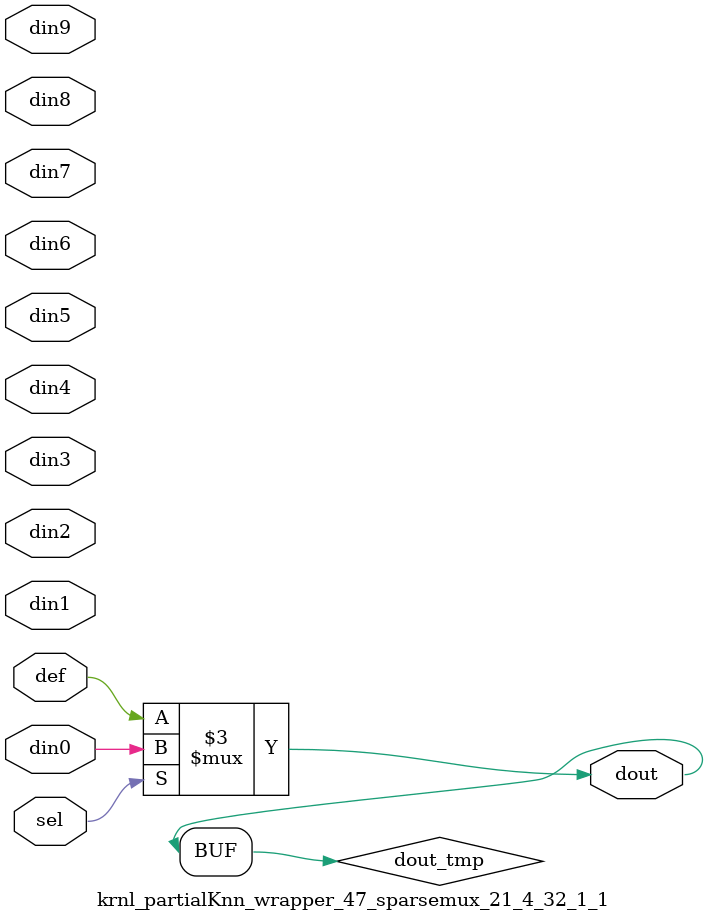
<source format=v>
`timescale 1ns / 1ps

module krnl_partialKnn_wrapper_47_sparsemux_21_4_32_1_1 (din0,din1,din2,din3,din4,din5,din6,din7,din8,din9,def,sel,dout);

parameter din0_WIDTH = 1;

parameter din1_WIDTH = 1;

parameter din2_WIDTH = 1;

parameter din3_WIDTH = 1;

parameter din4_WIDTH = 1;

parameter din5_WIDTH = 1;

parameter din6_WIDTH = 1;

parameter din7_WIDTH = 1;

parameter din8_WIDTH = 1;

parameter din9_WIDTH = 1;

parameter def_WIDTH = 1;
parameter sel_WIDTH = 1;
parameter dout_WIDTH = 1;

parameter [sel_WIDTH-1:0] CASE0 = 1;

parameter [sel_WIDTH-1:0] CASE1 = 1;

parameter [sel_WIDTH-1:0] CASE2 = 1;

parameter [sel_WIDTH-1:0] CASE3 = 1;

parameter [sel_WIDTH-1:0] CASE4 = 1;

parameter [sel_WIDTH-1:0] CASE5 = 1;

parameter [sel_WIDTH-1:0] CASE6 = 1;

parameter [sel_WIDTH-1:0] CASE7 = 1;

parameter [sel_WIDTH-1:0] CASE8 = 1;

parameter [sel_WIDTH-1:0] CASE9 = 1;

parameter ID = 1;
parameter NUM_STAGE = 1;



input [din0_WIDTH-1:0] din0;

input [din1_WIDTH-1:0] din1;

input [din2_WIDTH-1:0] din2;

input [din3_WIDTH-1:0] din3;

input [din4_WIDTH-1:0] din4;

input [din5_WIDTH-1:0] din5;

input [din6_WIDTH-1:0] din6;

input [din7_WIDTH-1:0] din7;

input [din8_WIDTH-1:0] din8;

input [din9_WIDTH-1:0] din9;

input [def_WIDTH-1:0] def;
input [sel_WIDTH-1:0] sel;

output [dout_WIDTH-1:0] dout;



reg [dout_WIDTH-1:0] dout_tmp;

always @ (*) begin
case (sel)
    
    CASE0 : dout_tmp = din0;
    
    CASE1 : dout_tmp = din1;
    
    CASE2 : dout_tmp = din2;
    
    CASE3 : dout_tmp = din3;
    
    CASE4 : dout_tmp = din4;
    
    CASE5 : dout_tmp = din5;
    
    CASE6 : dout_tmp = din6;
    
    CASE7 : dout_tmp = din7;
    
    CASE8 : dout_tmp = din8;
    
    CASE9 : dout_tmp = din9;
    
    default : dout_tmp = def;
endcase
end


assign dout = dout_tmp;



endmodule

</source>
